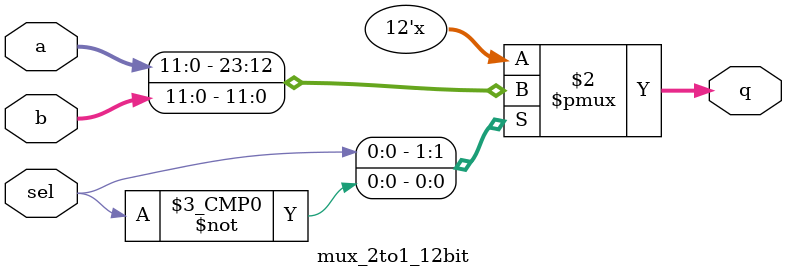
<source format=v>


module mux_2to1_12bit ( output reg [11:0] q,
			input [11:0] a,
			input [11:0] b,
			input sel );

always @ (sel,a,b)
begin
  case (sel)
   1:q = a;
   0:q = b;
   default:q=0;
  endcase
end

endmodule

</source>
